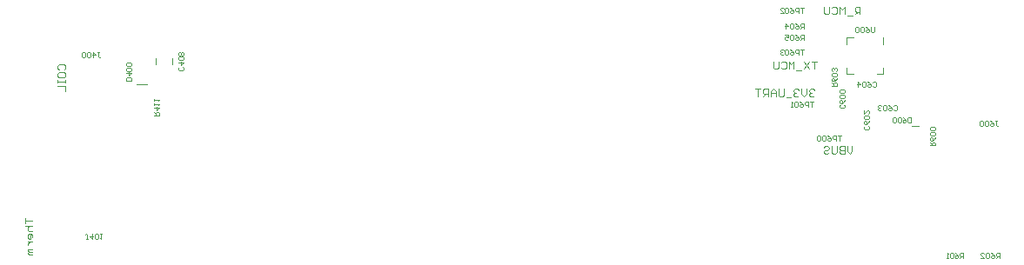
<source format=gbr>
G04*
G04 #@! TF.GenerationSoftware,Altium Limited,Altium Designer,24.3.1 (35)*
G04*
G04 Layer_Color=32896*
%FSLAX44Y44*%
%MOMM*%
G71*
G04*
G04 #@! TF.SameCoordinates,025A4B24-8724-457C-B47B-0DB420FA472D*
G04*
G04*
G04 #@! TF.FilePolarity,Positive*
G04*
G01*
G75*
%ADD14C,0.1000*%
%ADD15C,0.0500*%
%ADD18C,0.0700*%
D14*
X418610Y53200D02*
X425810D01*
X-335502Y94044D02*
X-324857D01*
X-316530Y113510D02*
Y119510D01*
X-300530Y113510D02*
Y119510D01*
X360950Y33898D02*
Y28899D01*
X358451Y26400D01*
X355952Y28899D01*
Y33898D01*
X353452D02*
Y26400D01*
X349704D01*
X348454Y27650D01*
Y28899D01*
X349704Y30149D01*
X353452D01*
X349704D01*
X348454Y31398D01*
Y32648D01*
X349704Y33898D01*
X353452D01*
X345955D02*
Y27650D01*
X344705Y26400D01*
X342206D01*
X340956Y27650D01*
Y33898D01*
X333459Y32648D02*
X334708Y33898D01*
X337208D01*
X338457Y32648D01*
Y31398D01*
X337208Y30149D01*
X334708D01*
X333459Y28899D01*
Y27650D01*
X334708Y26400D01*
X337208D01*
X338457Y27650D01*
X324120Y88508D02*
X322870Y89757D01*
X320371D01*
X319122Y88508D01*
Y87258D01*
X320371Y86008D01*
X321621D01*
X320371D01*
X319122Y84759D01*
Y83509D01*
X320371Y82260D01*
X322870D01*
X324120Y83509D01*
X316622Y89757D02*
Y84759D01*
X314123Y82260D01*
X311624Y84759D01*
Y89757D01*
X309125Y88508D02*
X307875Y89757D01*
X305376D01*
X304126Y88508D01*
Y87258D01*
X305376Y86008D01*
X306626D01*
X305376D01*
X304126Y84759D01*
Y83509D01*
X305376Y82260D01*
X307875D01*
X309125Y83509D01*
X301627Y81010D02*
X296629D01*
X294130Y89757D02*
Y83509D01*
X292880Y82260D01*
X290381D01*
X289131Y83509D01*
Y89757D01*
X286632Y82260D02*
Y87258D01*
X284133Y89757D01*
X281634Y87258D01*
Y82260D01*
Y86008D01*
X286632D01*
X279134Y82260D02*
Y89757D01*
X275386D01*
X274136Y88508D01*
Y86008D01*
X275386Y84759D01*
X279134D01*
X276635D02*
X274136Y82260D01*
X271637Y89757D02*
X266638D01*
X269138D01*
Y82260D01*
X368570Y162270D02*
Y169767D01*
X364821D01*
X363572Y168518D01*
Y166018D01*
X364821Y164769D01*
X368570D01*
X366071D02*
X363572Y162270D01*
X361072Y161020D02*
X356074D01*
X353575Y162270D02*
Y169767D01*
X351076Y167268D01*
X348576Y169767D01*
Y162270D01*
X341079Y168518D02*
X342328Y169767D01*
X344828D01*
X346077Y168518D01*
Y163519D01*
X344828Y162270D01*
X342328D01*
X341079Y163519D01*
X338580Y169767D02*
Y163519D01*
X337330Y162270D01*
X334831D01*
X333581Y163519D01*
Y169767D01*
X326660Y116427D02*
X321662D01*
X324161D01*
Y108930D01*
X319162Y116427D02*
X314164Y108930D01*
Y116427D02*
X319162Y108930D01*
X311665Y107680D02*
X306666D01*
X304167Y108930D02*
Y116427D01*
X301668Y113928D01*
X299169Y116427D01*
Y108930D01*
X291671Y115178D02*
X292921Y116427D01*
X295420D01*
X296670Y115178D01*
Y110179D01*
X295420Y108930D01*
X292921D01*
X291671Y110179D01*
X289172Y116427D02*
Y110179D01*
X287922Y108930D01*
X285423D01*
X284174Y110179D01*
Y116427D01*
X-444108Y-36560D02*
Y-41558D01*
Y-39059D01*
X-436610D01*
X-444108Y-44058D02*
X-436610D01*
X-440359D01*
X-441608Y-45307D01*
Y-47806D01*
X-440359Y-49056D01*
X-436610D01*
Y-55304D02*
Y-52805D01*
X-437860Y-51555D01*
X-440359D01*
X-441608Y-52805D01*
Y-55304D01*
X-440359Y-56554D01*
X-439109D01*
Y-51555D01*
X-441608Y-59053D02*
X-436610D01*
X-439109D01*
X-440359Y-60302D01*
X-441608Y-61552D01*
Y-62802D01*
X-436610Y-66550D02*
X-441608D01*
Y-67800D01*
X-440359Y-69050D01*
X-436610D01*
X-440359D01*
X-441608Y-70299D01*
X-440359Y-71549D01*
X-436610D01*
X-411108Y108302D02*
X-412358Y109551D01*
Y112050D01*
X-411108Y113300D01*
X-406110D01*
X-404860Y112050D01*
Y109551D01*
X-406110Y108302D01*
X-412358Y102054D02*
Y104553D01*
X-411108Y105802D01*
X-406110D01*
X-404860Y104553D01*
Y102054D01*
X-406110Y100804D01*
X-411108D01*
X-412358Y102054D01*
Y98305D02*
Y95806D01*
Y97055D01*
X-404860D01*
Y98305D01*
Y95806D01*
X-412358Y92057D02*
X-404860D01*
Y87058D01*
D15*
X390880Y133420D02*
Y139420D01*
X355880D02*
X361880D01*
X355880Y133420D02*
Y139420D01*
Y104420D02*
Y110420D01*
Y104420D02*
X361880D01*
X384880D02*
X390880D01*
Y110420D01*
D18*
X382524Y149642D02*
Y145477D01*
X381691Y144644D01*
X380025D01*
X379192Y145477D01*
Y149642D01*
X374193D02*
X375859Y148809D01*
X377526Y147143D01*
Y145477D01*
X376693Y144644D01*
X375027D01*
X374193Y145477D01*
Y146310D01*
X375027Y147143D01*
X377526D01*
X372527Y148809D02*
X371694Y149642D01*
X370028D01*
X369195Y148809D01*
Y145477D01*
X370028Y144644D01*
X371694D01*
X372527Y145477D01*
Y148809D01*
X367529D02*
X366696Y149642D01*
X365030D01*
X364197Y148809D01*
Y145477D01*
X365030Y144644D01*
X366696D01*
X367529Y145477D01*
Y148809D01*
X314080Y127570D02*
X310748D01*
X312414D01*
Y122572D01*
X309082D02*
Y127570D01*
X306582D01*
X305749Y126737D01*
Y125071D01*
X306582Y124238D01*
X309082D01*
X300751Y127570D02*
X302417Y126737D01*
X304083Y125071D01*
Y123405D01*
X303250Y122572D01*
X301584D01*
X300751Y123405D01*
Y124238D01*
X301584Y125071D01*
X304083D01*
X299085Y126737D02*
X298252Y127570D01*
X296586D01*
X295753Y126737D01*
Y123405D01*
X296586Y122572D01*
X298252D01*
X299085Y123405D01*
Y126737D01*
X294086D02*
X293253Y127570D01*
X291587D01*
X290754Y126737D01*
Y125904D01*
X291587Y125071D01*
X292420D01*
X291587D01*
X290754Y124238D01*
Y123405D01*
X291587Y122572D01*
X293253D01*
X294086Y123405D01*
X314080Y168869D02*
X310748D01*
X312414D01*
Y163871D01*
X309082D02*
Y168869D01*
X306582D01*
X305749Y168036D01*
Y166370D01*
X306582Y165537D01*
X309082D01*
X300751Y168869D02*
X302417Y168036D01*
X304083Y166370D01*
Y164704D01*
X303250Y163871D01*
X301584D01*
X300751Y164704D01*
Y165537D01*
X301584Y166370D01*
X304083D01*
X299085Y168036D02*
X298252Y168869D01*
X296586D01*
X295753Y168036D01*
Y164704D01*
X296586Y163871D01*
X298252D01*
X299085Y164704D01*
Y168036D01*
X290754Y163871D02*
X294086D01*
X290754Y167203D01*
Y168036D01*
X291587Y168869D01*
X293253D01*
X294086Y168036D01*
X323150Y77429D02*
X319818D01*
X321484D01*
Y72431D01*
X318152D02*
Y77429D01*
X315653D01*
X314819Y76596D01*
Y74930D01*
X315653Y74097D01*
X318152D01*
X309821Y77429D02*
X311487Y76596D01*
X313153Y74930D01*
Y73264D01*
X312320Y72431D01*
X310654D01*
X309821Y73264D01*
Y74097D01*
X310654Y74930D01*
X313153D01*
X308155Y76596D02*
X307322Y77429D01*
X305656D01*
X304823Y76596D01*
Y73264D01*
X305656Y72431D01*
X307322D01*
X308155Y73264D01*
Y76596D01*
X303157Y72431D02*
X301490D01*
X302323D01*
Y77429D01*
X303157Y76596D01*
X350416Y44409D02*
X347083D01*
X348750D01*
Y39411D01*
X345417D02*
Y44409D01*
X342918D01*
X342085Y43576D01*
Y41910D01*
X342918Y41077D01*
X345417D01*
X337087Y44409D02*
X338753Y43576D01*
X340419Y41910D01*
Y40244D01*
X339586Y39411D01*
X337920D01*
X337087Y40244D01*
Y41077D01*
X337920Y41910D01*
X340419D01*
X335421Y43576D02*
X334588Y44409D01*
X332921D01*
X332088Y43576D01*
Y40244D01*
X332921Y39411D01*
X334588D01*
X335421Y40244D01*
Y43576D01*
X330422D02*
X329589Y44409D01*
X327923D01*
X327090Y43576D01*
Y40244D01*
X327923Y39411D01*
X329589D01*
X330422Y40244D01*
Y43576D01*
X314080Y137160D02*
Y142158D01*
X311581D01*
X310748Y141325D01*
Y139659D01*
X311581Y138826D01*
X314080D01*
X312414D02*
X310748Y137160D01*
X305749Y142158D02*
X307416Y141325D01*
X309082Y139659D01*
Y137993D01*
X308249Y137160D01*
X306582D01*
X305749Y137993D01*
Y138826D01*
X306582Y139659D01*
X309082D01*
X304083Y141325D02*
X303250Y142158D01*
X301584D01*
X300751Y141325D01*
Y137993D01*
X301584Y137160D01*
X303250D01*
X304083Y137993D01*
Y141325D01*
X295753Y142158D02*
X299085D01*
Y139659D01*
X297419Y140492D01*
X296586D01*
X295753Y139659D01*
Y137993D01*
X296586Y137160D01*
X298252D01*
X299085Y137993D01*
X314080Y148590D02*
Y153588D01*
X311581D01*
X310748Y152755D01*
Y151089D01*
X311581Y150256D01*
X314080D01*
X312414D02*
X310748Y148590D01*
X305749Y153588D02*
X307416Y152755D01*
X309082Y151089D01*
Y149423D01*
X308249Y148590D01*
X306582D01*
X305749Y149423D01*
Y150256D01*
X306582Y151089D01*
X309082D01*
X304083Y152755D02*
X303250Y153588D01*
X301584D01*
X300751Y152755D01*
Y149423D01*
X301584Y148590D01*
X303250D01*
X304083Y149423D01*
Y152755D01*
X296586Y148590D02*
Y153588D01*
X299085Y151089D01*
X295753D01*
X340868Y92066D02*
X345866D01*
Y94565D01*
X345033Y95398D01*
X343367D01*
X342534Y94565D01*
Y92066D01*
Y93732D02*
X340868Y95398D01*
X345866Y100397D02*
X345033Y98730D01*
X343367Y97064D01*
X341701D01*
X340868Y97897D01*
Y99564D01*
X341701Y100397D01*
X342534D01*
X343367Y99564D01*
Y97064D01*
X345033Y102063D02*
X345866Y102896D01*
Y104562D01*
X345033Y105395D01*
X341701D01*
X340868Y104562D01*
Y102896D01*
X341701Y102063D01*
X345033D01*
Y107061D02*
X345866Y107894D01*
Y109560D01*
X345033Y110393D01*
X344200D01*
X343367Y109560D01*
Y108727D01*
Y109560D01*
X342534Y110393D01*
X341701D01*
X340868Y109560D01*
Y107894D01*
X341701Y107061D01*
X504464Y-75500D02*
Y-70502D01*
X501964D01*
X501131Y-71335D01*
Y-73001D01*
X501964Y-73834D01*
X504464D01*
X502798D02*
X501131Y-75500D01*
X496133Y-70502D02*
X497799Y-71335D01*
X499465Y-73001D01*
Y-74667D01*
X498632Y-75500D01*
X496966D01*
X496133Y-74667D01*
Y-73834D01*
X496966Y-73001D01*
X499465D01*
X494467Y-71335D02*
X493634Y-70502D01*
X491968D01*
X491135Y-71335D01*
Y-74667D01*
X491968Y-75500D01*
X493634D01*
X494467Y-74667D01*
Y-71335D01*
X486136Y-75500D02*
X489469D01*
X486136Y-72168D01*
Y-71335D01*
X486969Y-70502D01*
X488635D01*
X489469Y-71335D01*
X469200Y-75500D02*
Y-70502D01*
X466701D01*
X465868Y-71335D01*
Y-73001D01*
X466701Y-73834D01*
X469200D01*
X467534D02*
X465868Y-75500D01*
X460869Y-70502D02*
X462536Y-71335D01*
X464202Y-73001D01*
Y-74667D01*
X463369Y-75500D01*
X461702D01*
X460869Y-74667D01*
Y-73834D01*
X461702Y-73001D01*
X464202D01*
X459203Y-71335D02*
X458370Y-70502D01*
X456704D01*
X455871Y-71335D01*
Y-74667D01*
X456704Y-75500D01*
X458370D01*
X459203Y-74667D01*
Y-71335D01*
X454205Y-75500D02*
X452539D01*
X453372D01*
Y-70502D01*
X454205Y-71335D01*
X436880Y34408D02*
X441878D01*
Y36907D01*
X441045Y37740D01*
X439379D01*
X438546Y36907D01*
Y34408D01*
Y36074D02*
X436880Y37740D01*
X441878Y42739D02*
X441045Y41073D01*
X439379Y39406D01*
X437713D01*
X436880Y40239D01*
Y41906D01*
X437713Y42739D01*
X438546D01*
X439379Y41906D01*
Y39406D01*
X441045Y44405D02*
X441878Y45238D01*
Y46904D01*
X441045Y47737D01*
X437713D01*
X436880Y46904D01*
Y45238D01*
X437713Y44405D01*
X441045D01*
Y49403D02*
X441878Y50236D01*
Y51902D01*
X441045Y52735D01*
X437713D01*
X436880Y51902D01*
Y50236D01*
X437713Y49403D01*
X441045D01*
X-318126Y63754D02*
X-313128D01*
Y66253D01*
X-313961Y67086D01*
X-315627D01*
X-316460Y66253D01*
Y63754D01*
Y65420D02*
X-318126Y67086D01*
Y71252D02*
X-313128D01*
X-315627Y68752D01*
Y72085D01*
X-318126Y73751D02*
Y75417D01*
Y74584D01*
X-313128D01*
X-313961Y73751D01*
X-318126Y77916D02*
Y79582D01*
Y78749D01*
X-313128D01*
X-313961Y77916D01*
X500158Y58379D02*
X501824D01*
X500991D01*
Y54214D01*
X501824Y53381D01*
X502657D01*
X503490Y54214D01*
X495159Y58379D02*
X496825Y57546D01*
X498492Y55880D01*
Y54214D01*
X497659Y53381D01*
X495993D01*
X495159Y54214D01*
Y55047D01*
X495993Y55880D01*
X498492D01*
X493493Y57546D02*
X492660Y58379D01*
X490994D01*
X490161Y57546D01*
Y54214D01*
X490994Y53381D01*
X492660D01*
X493493Y54214D01*
Y57546D01*
X488495D02*
X487662Y58379D01*
X485996D01*
X485163Y57546D01*
Y54214D01*
X485996Y53381D01*
X487662D01*
X488495Y54214D01*
Y57546D01*
X-382442Y-56734D02*
X-384108D01*
X-383275D01*
Y-52569D01*
X-384108Y-51736D01*
X-384941D01*
X-385774Y-52569D01*
X-378276Y-51736D02*
Y-56734D01*
X-380776Y-54235D01*
X-377443D01*
X-375777Y-55901D02*
X-374944Y-56734D01*
X-373278D01*
X-372445Y-55901D01*
Y-52569D01*
X-373278Y-51736D01*
X-374944D01*
X-375777Y-52569D01*
Y-55901D01*
X-370779Y-51736D02*
X-369113D01*
X-369946D01*
Y-56734D01*
X-370779Y-55901D01*
X-373446Y125258D02*
X-371780D01*
X-372613D01*
Y121093D01*
X-371780Y120260D01*
X-370947D01*
X-370114Y121093D01*
X-377612Y120260D02*
Y125258D01*
X-375112Y122759D01*
X-378445D01*
X-380111Y124425D02*
X-380944Y125258D01*
X-382610D01*
X-383443Y124425D01*
Y121093D01*
X-382610Y120260D01*
X-380944D01*
X-380111Y121093D01*
Y124425D01*
X-385109D02*
X-385942Y125258D01*
X-387608D01*
X-388441Y124425D01*
Y121093D01*
X-387608Y120260D01*
X-385942D01*
X-385109Y121093D01*
Y124425D01*
X418400Y62189D02*
Y57191D01*
X415901D01*
X415068Y58024D01*
Y61356D01*
X415901Y62189D01*
X418400D01*
X410069D02*
X411735Y61356D01*
X413402Y59690D01*
Y58024D01*
X412569Y57191D01*
X410902D01*
X410069Y58024D01*
Y58857D01*
X410902Y59690D01*
X413402D01*
X408403Y61356D02*
X407570Y62189D01*
X405904D01*
X405071Y61356D01*
Y58024D01*
X405904Y57191D01*
X407570D01*
X408403Y58024D01*
Y61356D01*
X403405D02*
X402572Y62189D01*
X400906D01*
X400073Y61356D01*
Y58024D01*
X400906Y57191D01*
X402572D01*
X403405Y58024D01*
Y61356D01*
X-340401Y97220D02*
X-345399D01*
Y99719D01*
X-344566Y100552D01*
X-341234D01*
X-340401Y99719D01*
Y97220D01*
X-345399Y104718D02*
X-340401D01*
X-342900Y102218D01*
Y105551D01*
X-341234Y107217D02*
X-340401Y108050D01*
Y109716D01*
X-341234Y110549D01*
X-344566D01*
X-345399Y109716D01*
Y108050D01*
X-344566Y107217D01*
X-341234D01*
Y112215D02*
X-340401Y113048D01*
Y114714D01*
X-341234Y115547D01*
X-344566D01*
X-345399Y114714D01*
Y113048D01*
X-344566Y112215D01*
X-341234D01*
X380598Y95605D02*
X381431Y96438D01*
X383097D01*
X383930Y95605D01*
Y92273D01*
X383097Y91440D01*
X381431D01*
X380598Y92273D01*
X375599Y96438D02*
X377266Y95605D01*
X378932Y93939D01*
Y92273D01*
X378099Y91440D01*
X376432D01*
X375599Y92273D01*
Y93106D01*
X376432Y93939D01*
X378932D01*
X373933Y95605D02*
X373100Y96438D01*
X371434D01*
X370601Y95605D01*
Y92273D01*
X371434Y91440D01*
X373100D01*
X373933Y92273D01*
Y95605D01*
X366436Y91440D02*
Y96438D01*
X368935Y93939D01*
X365603D01*
X401290Y72881D02*
X402123Y73714D01*
X403789D01*
X404622Y72881D01*
Y69549D01*
X403789Y68716D01*
X402123D01*
X401290Y69549D01*
X396291Y73714D02*
X397957Y72881D01*
X399624Y71215D01*
Y69549D01*
X398791Y68716D01*
X397124D01*
X396291Y69549D01*
Y70382D01*
X397124Y71215D01*
X399624D01*
X394625Y72881D02*
X393792Y73714D01*
X392126D01*
X391293Y72881D01*
Y69549D01*
X392126Y68716D01*
X393792D01*
X394625Y69549D01*
Y72881D01*
X389627D02*
X388794Y73714D01*
X387128D01*
X386295Y72881D01*
Y72048D01*
X387128Y71215D01*
X387961D01*
X387128D01*
X386295Y70382D01*
Y69549D01*
X387128Y68716D01*
X388794D01*
X389627Y69549D01*
X376275Y53506D02*
X377108Y52673D01*
Y51007D01*
X376275Y50174D01*
X372943D01*
X372110Y51007D01*
Y52673D01*
X372943Y53506D01*
X377108Y58505D02*
X376275Y56838D01*
X374609Y55172D01*
X372943D01*
X372110Y56005D01*
Y57671D01*
X372943Y58505D01*
X373776D01*
X374609Y57671D01*
Y55172D01*
X376275Y60171D02*
X377108Y61004D01*
Y62670D01*
X376275Y63503D01*
X372943D01*
X372110Y62670D01*
Y61004D01*
X372943Y60171D01*
X376275D01*
X372110Y68501D02*
Y65169D01*
X375442Y68501D01*
X376275D01*
X377108Y67668D01*
Y66002D01*
X376275Y65169D01*
X352789Y74198D02*
X353622Y73365D01*
Y71699D01*
X352789Y70866D01*
X349457D01*
X348624Y71699D01*
Y73365D01*
X349457Y74198D01*
X353622Y79197D02*
X352789Y77530D01*
X351123Y75864D01*
X349457D01*
X348624Y76697D01*
Y78363D01*
X349457Y79197D01*
X350290D01*
X351123Y78363D01*
Y75864D01*
X352789Y80863D02*
X353622Y81696D01*
Y83362D01*
X352789Y84195D01*
X349457D01*
X348624Y83362D01*
Y81696D01*
X349457Y80863D01*
X352789D01*
Y85861D02*
X353622Y86694D01*
Y88360D01*
X352789Y89193D01*
X349457D01*
X348624Y88360D01*
Y86694D01*
X349457Y85861D01*
X352789D01*
X-290865Y110774D02*
X-290032Y109941D01*
Y108275D01*
X-290865Y107442D01*
X-294197D01*
X-295030Y108275D01*
Y109941D01*
X-294197Y110774D01*
X-295030Y114939D02*
X-290032D01*
X-292531Y112440D01*
Y115773D01*
X-290865Y117439D02*
X-290032Y118272D01*
Y119938D01*
X-290865Y120771D01*
X-294197D01*
X-295030Y119938D01*
Y118272D01*
X-294197Y117439D01*
X-290865D01*
Y122437D02*
X-290032Y123270D01*
Y124936D01*
X-290865Y125769D01*
X-291698D01*
X-292531Y124936D01*
X-293364Y125769D01*
X-294197D01*
X-295030Y124936D01*
Y123270D01*
X-294197Y122437D01*
X-293364D01*
X-292531Y123270D01*
X-291698Y122437D01*
X-290865D01*
X-292531Y123270D02*
Y124936D01*
M02*

</source>
